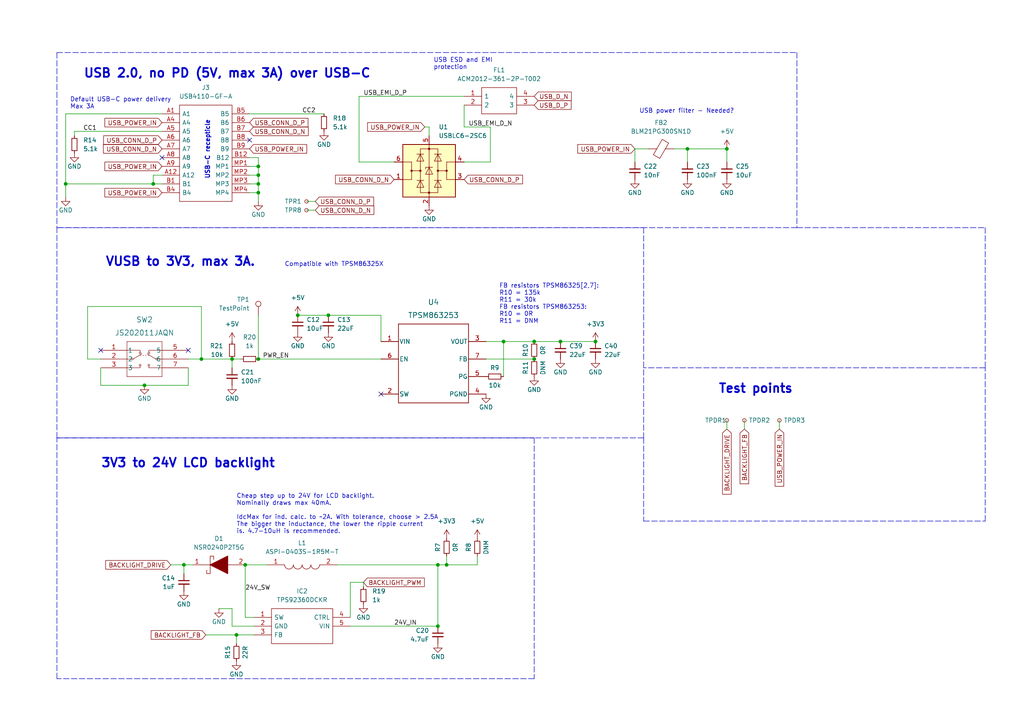
<source format=kicad_sch>
(kicad_sch (version 20211123) (generator eeschema)
  (paper "A4")
  (lib_symbols
    (symbol "Connector:TestPoint" (pin_numbers hide) (pin_names (offset 0.762) hide)
      (property "Reference" "TP" (at 0 6.858 0))
      (property "Value" "TestPoint" (at 0 5.08 0))
      (symbol "TestPoint_0_1"
        (circle (center 0 3.302) (radius 0.762))
      )
      (symbol "TestPoint_1_1"
        (pin passive line (at 0 0 90) (length 2.54) (name "1") (number "1"))
      )
    )
    (symbol "Connector:TestPoint_Small" (pin_numbers hide) (pin_names (offset 0.762) hide)
      (property "Reference" "TP" (at 0 3.81 0))
      (property "Value" "TestPoint_Small" (at 0 2.032 0))
      (symbol "TestPoint_Small_0_1"
        (circle (center 0 0) (radius 0.508))
      )
      (symbol "TestPoint_Small_1_1"
        (pin passive line (at 0 0 90) (length 0) (name "1") (number "1"))
      )
    )
    (symbol "Device:C_Small" (pin_numbers hide) (pin_names (offset 0.254) hide)
      (property "Reference" "C" (at 0.254 1.778 0))
      (property "Value" "C_Small" (at 0.254 -2.032 0))
      (symbol "C_Small_0_1"
        (polyline (pts (xy -1.524 -0.508) (xy 1.524 -0.508)) (stroke (width 0.3302)))
        (polyline (pts (xy -1.524 0.508) (xy 1.524 0.508)) (stroke (width 0.3048)))
      )
      (symbol "C_Small_1_1"
        (pin passive line (at 0 2.54 270) (length 2.032) (name "~") (number "1"))
        (pin passive line (at 0 -2.54 90) (length 2.032) (name "~") (number "2"))
      )
    )
    (symbol "Device:FerriteBead" (pin_numbers hide) (pin_names (offset 0))
      (property "Reference" "FB" (at -3.81 0.635 90))
      (property "Value" "FerriteBead" (at 3.81 0 90))
      (symbol "FerriteBead_0_1"
        (polyline (pts (xy 0 -1.27) (xy 0 -1.2192)))
        (polyline (pts (xy 0 1.27) (xy 0 1.2954)))
        (polyline (pts (xy -2.7686 0.4064) (xy -1.7018 2.2606) (xy 2.7686 -0.3048) (xy 1.6764 -2.159) (xy -2.7686 0.4064)))
      )
      (symbol "FerriteBead_1_1"
        (pin passive line (at 0 3.81 270) (length 2.54) (name "~") (number "1"))
        (pin passive line (at 0 -3.81 90) (length 2.54) (name "~") (number "2"))
      )
    )
    (symbol "Device:R_Small" (pin_numbers hide) (pin_names (offset 0.254) hide)
      (property "Reference" "R" (at 0.762 0.508 0))
      (property "Value" "R_Small" (at 0.762 -1.016 0))
      (symbol "R_Small_0_1"
        (rectangle (start -0.762 1.778) (end 0.762 -1.778) (stroke (width 0.2032)))
      )
      (symbol "R_Small_1_1"
        (pin passive line (at 0 2.54 270) (length 0.762) (name "~") (number "1"))
        (pin passive line (at 0 -2.54 90) (length 0.762) (name "~") (number "2"))
      )
    )
    (symbol "JS202011JAQN:JS202011JAQN" (pin_names (offset 0.254))
      (property "Reference" "SW" (at 12.7 7.62 0))
      (property "Value" "JS202011JAQN" (at 12.7 5.08 0))
      (symbol "JS202011JAQN_0_1"
        (polyline (pts (xy 7.62 -7.62) (xy 17.78 -7.62)) (stroke (width 0.127)))
        (polyline (pts (xy 7.62 -5.08) (xy 11.43 -5.08)) (stroke (width 0.127)))
        (polyline (pts (xy 7.62 -2.54) (xy 8.89 -2.54)) (stroke (width 0.127)))
        (polyline (pts (xy 7.62 0) (xy 11.43 0)) (stroke (width 0.127)))
        (polyline (pts (xy 7.62 2.54) (xy 7.62 -7.62)) (stroke (width 0.127)))
        (polyline (pts (xy 9.398 -2.54) (xy 11.938 -1.016)) (stroke (width 0.127)))
        (polyline (pts (xy 11.43 -4.572) (xy 11.43 -5.08)) (stroke (width 0.127)))
        (polyline (pts (xy 11.43 -1.524) (xy 11.684 -1.524)) (stroke (width 0.127)))
        (polyline (pts (xy 11.43 0) (xy 11.43 -0.508)) (stroke (width 0.127)))
        (polyline (pts (xy 12.192 -1.524) (xy 12.446 -1.524)) (stroke (width 0.127)))
        (polyline (pts (xy 12.954 -1.524) (xy 13.208 -1.524)) (stroke (width 0.127)))
        (polyline (pts (xy 13.716 -1.524) (xy 13.97 -1.524)) (stroke (width 0.127)))
        (polyline (pts (xy 13.97 -4.572) (xy 13.97 -5.08)) (stroke (width 0.127)))
        (polyline (pts (xy 13.97 0) (xy 13.97 -0.508)) (stroke (width 0.127)))
        (polyline (pts (xy 16.002 -2.54) (xy 13.462 -1.016)) (stroke (width 0.127)))
        (polyline (pts (xy 17.78 -7.62) (xy 17.78 2.54)) (stroke (width 0.127)))
        (polyline (pts (xy 17.78 -5.08) (xy 13.97 -5.08)) (stroke (width 0.127)))
        (polyline (pts (xy 17.78 -2.54) (xy 16.51 -2.54)) (stroke (width 0.127)))
        (polyline (pts (xy 17.78 0) (xy 13.97 0)) (stroke (width 0.127)))
        (polyline (pts (xy 17.78 2.54) (xy 7.62 2.54)) (stroke (width 0.127)))
        (circle (center 9.144 -2.54) (radius 0.254) (stroke (width 0.127)))
        (circle (center 11.43 -4.318) (radius 0.254) (stroke (width 0.127)))
        (circle (center 11.43 -0.762) (radius 0.254) (stroke (width 0.127)))
        (circle (center 13.97 -4.318) (radius 0.254) (stroke (width 0.127)))
        (circle (center 13.97 -0.762) (radius 0.254) (stroke (width 0.127)))
        (circle (center 16.256 -2.54) (radius 0.254) (stroke (width 0.127)))
        (pin unspecified line (at 0 0 0) (length 7.62) (name "1") (number "1"))
        (pin unspecified line (at 0 -2.54 0) (length 7.62) (name "2") (number "2"))
        (pin unspecified line (at 0 -5.08 0) (length 7.62) (name "3") (number "3"))
        (pin unspecified line (at 25.4 0 180) (length 7.62) (name "5") (number "5"))
        (pin unspecified line (at 25.4 -2.54 180) (length 7.62) (name "6") (number "6"))
        (pin unspecified line (at 25.4 -5.08 180) (length 7.62) (name "7") (number "7"))
      )
    )
    (symbol "Power_Protection:USBLC6-2SC6" (pin_names hide)
      (property "Reference" "U" (at 2.54 8.89 0))
      (property "Value" "USBLC6-2SC6" (at 2.54 -8.89 0))
      (symbol "USBLC6-2SC6_0_1"
        (rectangle (start -7.62 -7.62) (end 7.62 7.62) (stroke (width 0.254)) (fill (type background)))
        (circle (center -5.08 0) (radius 0.254) (fill (type outline)))
        (circle (center -2.54 0) (radius 0.254) (fill (type outline)))
        (rectangle (start -2.54 6.35) (end 2.54 -6.35))
        (circle (center 0 -6.35) (radius 0.254) (fill (type outline)))
        (polyline (pts (xy -5.08 -2.54) (xy -7.62 -2.54)))
        (polyline (pts (xy -5.08 0) (xy -5.08 -2.54)))
        (polyline (pts (xy -5.08 2.54) (xy -7.62 2.54)))
        (polyline (pts (xy -1.524 -2.794) (xy -3.556 -2.794)))
        (polyline (pts (xy -1.524 4.826) (xy -3.556 4.826)))
        (polyline (pts (xy 0 -7.62) (xy 0 -6.35)))
        (polyline (pts (xy 0 -6.35) (xy 0 1.27)))
        (polyline (pts (xy 0 1.27) (xy 0 6.35)))
        (polyline (pts (xy 0 6.35) (xy 0 7.62)))
        (polyline (pts (xy 1.524 -2.794) (xy 3.556 -2.794)))
        (polyline (pts (xy 1.524 4.826) (xy 3.556 4.826)))
        (polyline (pts (xy 5.08 -2.54) (xy 7.62 -2.54)))
        (polyline (pts (xy 5.08 0) (xy 5.08 -2.54)))
        (polyline (pts (xy 5.08 2.54) (xy 7.62 2.54)))
        (polyline (pts (xy -2.54 0) (xy -5.08 0) (xy -5.08 2.54)))
        (polyline (pts (xy 2.54 0) (xy 5.08 0) (xy 5.08 2.54)))
        (polyline (pts (xy -3.556 -4.826) (xy -1.524 -4.826) (xy -2.54 -2.794) (xy -3.556 -4.826)))
        (polyline (pts (xy -3.556 2.794) (xy -1.524 2.794) (xy -2.54 4.826) (xy -3.556 2.794)))
        (polyline (pts (xy -1.016 -1.016) (xy 1.016 -1.016) (xy 0 1.016) (xy -1.016 -1.016)))
        (polyline (pts (xy 1.016 1.016) (xy 0.762 1.016) (xy -1.016 1.016) (xy -1.016 0.508)))
        (polyline (pts (xy 3.556 -4.826) (xy 1.524 -4.826) (xy 2.54 -2.794) (xy 3.556 -4.826)))
        (polyline (pts (xy 3.556 2.794) (xy 1.524 2.794) (xy 2.54 4.826) (xy 3.556 2.794)))
        (circle (center 0 6.35) (radius 0.254) (fill (type outline)))
        (circle (center 2.54 0) (radius 0.254) (fill (type outline)))
        (circle (center 5.08 0) (radius 0.254) (fill (type outline)))
      )
      (symbol "USBLC6-2SC6_1_1"
        (pin passive line (at -10.16 -2.54 0) (length 2.54) (name "I/O1") (number "1"))
        (pin passive line (at 0 -10.16 90) (length 2.54) (name "GND") (number "2"))
        (pin passive line (at 10.16 -2.54 180) (length 2.54) (name "I/O2") (number "3"))
        (pin passive line (at 10.16 2.54 180) (length 2.54) (name "I/O2") (number "4"))
        (pin passive line (at 0 10.16 270) (length 2.54) (name "VBUS") (number "5"))
        (pin passive line (at -10.16 2.54 0) (length 2.54) (name "I/O1") (number "6"))
      )
    )
    (symbol "SamacSys_Parts:ACM2012-201-2P-T001" (pin_names (offset 0.762))
      (property "Reference" "FL" (at 16.51 7.62 0))
      (property "Value" "ACM2012-201-2P-T001" (at 16.51 5.08 0))
      (symbol "ACM2012-201-2P-T001_0_0"
        (pin passive line (at 0 0 0) (length 5.08) (name "1") (number "1"))
        (pin passive line (at 0 -2.54 0) (length 5.08) (name "2") (number "2"))
        (pin passive line (at 20.32 -2.54 180) (length 5.08) (name "3") (number "3"))
        (pin passive line (at 20.32 0 180) (length 5.08) (name "4") (number "4"))
      )
      (symbol "ACM2012-201-2P-T001_0_1"
        (polyline (pts (xy 5.08 2.54) (xy 15.24 2.54) (xy 15.24 -5.08) (xy 5.08 -5.08) (xy 5.08 2.54)) (stroke (width 0.1524)))
      )
    )
    (symbol "SamacSys_Parts:ASPI-0403S-332M-T" (pin_names (offset 0.762))
      (property "Reference" "L" (at 16.51 6.35 0))
      (property "Value" "ASPI-0403S-332M-T" (at 16.51 3.81 0))
      (symbol "ASPI-0403S-332M-T_0_0"
        (pin passive line (at 0 0 0) (length 5.08) (name "~") (number "1"))
        (pin passive line (at 20.32 0 180) (length 5.08) (name "~") (number "2"))
      )
      (symbol "ASPI-0403S-332M-T_0_1"
        (arc (start 5.08 0) (mid 6.35 -1.3218) (end 7.62 0) (stroke (width 0.1524)))
        (arc (start 7.62 0) (mid 8.89 -1.3218) (end 10.16 0) (stroke (width 0.1524)))
        (arc (start 10.16 0) (mid 11.43 -1.3218) (end 12.7 0) (stroke (width 0.1524)))
        (arc (start 12.7 0) (mid 13.97 -1.3218) (end 15.24 0) (stroke (width 0.1524)))
      )
    )
    (symbol "SamacSys_Parts:NSR0240P2T5G" (pin_names (offset 0.762))
      (property "Reference" "D" (at 12.7 8.89 0))
      (property "Value" "NSR0240P2T5G" (at 12.7 6.35 0))
      (symbol "NSR0240P2T5G_0_0"
        (pin passive line (at 2.54 0 0) (length 2.54) (name "~") (number "1"))
        (pin passive line (at 17.78 0 180) (length 2.54) (name "~") (number "2"))
      )
      (symbol "NSR0240P2T5G_0_1"
        (polyline (pts (xy 5.08 0) (xy 7.62 0)) (stroke (width 0.1524)))
        (polyline (pts (xy 7.62 2.54) (xy 7.62 -2.54)) (stroke (width 0.1524)))
        (polyline (pts (xy 12.7 0) (xy 15.24 0)) (stroke (width 0.1524)))
        (polyline (pts (xy 7.62 -2.54) (xy 6.604 -2.54) (xy 6.604 -1.524)) (stroke (width 0.1524)))
        (polyline (pts (xy 7.62 2.54) (xy 8.636 2.54) (xy 8.636 1.524)) (stroke (width 0.1524)))
        (polyline (pts (xy 7.62 0) (xy 12.7 2.54) (xy 12.7 -2.54) (xy 7.62 0)) (stroke (width 0.254)) (fill (type outline)))
      )
    )
    (symbol "SamacSys_Parts:TPS92360DCKR" (pin_names (offset 0.762))
      (property "Reference" "IC" (at 24.13 7.62 0))
      (property "Value" "TPS92360DCKR" (at 24.13 5.08 0))
      (symbol "TPS92360DCKR_0_0"
        (pin passive line (at 0 0 0) (length 5.08) (name "SW") (number "1"))
        (pin passive line (at 0 -2.54 0) (length 5.08) (name "GND") (number "2"))
        (pin passive line (at 0 -5.08 0) (length 5.08) (name "FB") (number "3"))
        (pin passive line (at 27.94 0 180) (length 5.08) (name "CTRL") (number "4"))
        (pin passive line (at 27.94 -2.54 180) (length 5.08) (name "VIN") (number "5"))
      )
      (symbol "TPS92360DCKR_0_1"
        (polyline (pts (xy 5.08 2.54) (xy 22.86 2.54) (xy 22.86 -7.62) (xy 5.08 -7.62) (xy 5.08 2.54)) (stroke (width 0.1524)))
      )
    )
    (symbol "SamacSys_Parts:USB4110-GF-A" (pin_names (offset 0.762))
      (property "Reference" "J" (at 21.59 7.62 0))
      (property "Value" "USB4110-GF-A" (at 21.59 5.08 0))
      (symbol "USB4110-GF-A_0_0"
        (pin passive line (at 0 0 0) (length 5.08) (name "A1") (number "A1"))
        (pin passive line (at 0 -17.78 0) (length 5.08) (name "A12") (number "A12"))
        (pin passive line (at 0 -2.54 0) (length 5.08) (name "A4") (number "A4"))
        (pin passive line (at 0 -5.08 0) (length 5.08) (name "A5") (number "A5"))
        (pin passive line (at 0 -7.62 0) (length 5.08) (name "A6") (number "A6"))
        (pin passive line (at 0 -10.16 0) (length 5.08) (name "A7") (number "A7"))
        (pin passive line (at 0 -12.7 0) (length 5.08) (name "A8") (number "A8"))
        (pin passive line (at 0 -15.24 0) (length 5.08) (name "A9") (number "A9"))
        (pin passive line (at 0 -20.32 0) (length 5.08) (name "B1") (number "B1"))
        (pin passive line (at 25.4 -12.7 180) (length 5.08) (name "B12") (number "B12"))
        (pin passive line (at 0 -22.86 0) (length 5.08) (name "B4") (number "B4"))
        (pin passive line (at 25.4 0 180) (length 5.08) (name "B5") (number "B5"))
        (pin passive line (at 25.4 -2.54 180) (length 5.08) (name "B6") (number "B6"))
        (pin passive line (at 25.4 -5.08 180) (length 5.08) (name "B7") (number "B7"))
        (pin passive line (at 25.4 -7.62 180) (length 5.08) (name "B8") (number "B8"))
        (pin passive line (at 25.4 -10.16 180) (length 5.08) (name "B9") (number "B9"))
        (pin passive line (at 25.4 -15.24 180) (length 5.08) (name "MP1") (number "MP1"))
        (pin passive line (at 25.4 -17.78 180) (length 5.08) (name "MP2") (number "MP2"))
        (pin passive line (at 25.4 -20.32 180) (length 5.08) (name "MP3") (number "MP3"))
        (pin passive line (at 25.4 -22.86 180) (length 5.08) (name "MP4") (number "MP4"))
      )
      (symbol "USB4110-GF-A_0_1"
        (polyline (pts (xy 5.08 2.54) (xy 20.32 2.54) (xy 20.32 -25.4) (xy 5.08 -25.4) (xy 5.08 2.54)) (stroke (width 0.1524)))
      )
    )
    (symbol "power:+3V3" (power) (pin_names (offset 0))
      (property "Value" "+3V3" (at 0 3.556 0))
      (symbol "+3V3_0_1"
        (polyline (pts (xy -0.762 1.27) (xy 0 2.54)))
        (polyline (pts (xy 0 0) (xy 0 2.54)))
        (polyline (pts (xy 0 2.54) (xy 0.762 1.27)))
      )
      (symbol "+3V3_1_1"
        (pin power_in line (at 0 0 90) (length 0) hide (name "+3V3") (number "1"))
      )
    )
    (symbol "power:+5V" (power) (pin_names (offset 0))
      (property "Value" "+5V" (at 0 3.556 0))
      (symbol "+5V_0_1"
        (polyline (pts (xy -0.762 1.27) (xy 0 2.54)))
        (polyline (pts (xy 0 0) (xy 0 2.54)))
        (polyline (pts (xy 0 2.54) (xy 0.762 1.27)))
      )
      (symbol "+5V_1_1"
        (pin power_in line (at 0 0 90) (length 0) hide (name "+5V") (number "1"))
      )
    )
    (symbol "power:GND" (power) (pin_names (offset 0))
      (property "Value" "GND" (at 0 -3.81 0))
      (symbol "GND_0_1"
        (polyline (pts (xy 0 0) (xy 0 -1.27) (xy 1.27 -1.27) (xy 0 -2.54) (xy -1.27 -1.27) (xy 0 -1.27)))
      )
      (symbol "GND_1_1"
        (pin power_in line (at 0 0 270) (length 0) hide (name "GND") (number "1"))
      )
    )
    (symbol "ul_PTPSM863252RDXR:PTPSM863252RDXR" (pin_names (offset 0.254))
      (property "Reference" "U" (at 0 2.54 0))
      (property "Value" "PTPSM863252RDXR" (at 0 0 0))
      (symbol "PTPSM863252RDXR_0_1"
        (polyline (pts (xy 5.08 -17.78) (xy 25.4 -17.78)) (stroke (width 0.2032)))
        (polyline (pts (xy 5.08 5.08) (xy 5.08 -17.78)) (stroke (width 0.2032)))
        (polyline (pts (xy 25.4 -17.78) (xy 25.4 5.08)) (stroke (width 0.2032)))
        (polyline (pts (xy 25.4 5.08) (xy 5.08 5.08)) (stroke (width 0.2032)))
        (pin power_in line (at 0 0 0) (length 5.08) (name "VIN") (number "1"))
        (pin unspecified line (at 0 -15.24 0) (length 5.08) (name "SW") (number "2"))
        (pin power_in line (at 30.48 0 180) (length 5.08) (name "VOUT") (number "3"))
        (pin power_in line (at 30.48 -15.24 180) (length 5.08) (name "PGND") (number "4"))
        (pin open_collector line (at 30.48 -10.16 180) (length 5.08) (name "PG") (number "5"))
        (pin input line (at 0 -5.08 0) (length 5.08) (name "EN") (number "6"))
        (pin unspecified line (at 30.48 -5.08 180) (length 5.08) (name "FB") (number "7"))
      )
    )
  )
  (junction (at 146.05 99.06))
  (junction (at 129.54 163.83))
  (junction (at 19.05 53.34))
  (junction (at 210.82 43.18))
  (junction (at 41.91 111.76))
  (junction (at 74.93 50.8))
  (junction (at 74.93 55.88))
  (junction (at 74.93 48.26))
  (junction (at 127 163.83))
  (junction (at 53.34 163.83))
  (junction (at 44.45 53.34))
  (junction (at 74.93 53.34))
  (junction (at 86.36 91.44))
  (junction (at 67.31 104.14))
  (junction (at 58.42 104.14))
  (junction (at 162.56 99.06))
  (junction (at 199.39 43.18))
  (junction (at 95.25 91.44))
  (junction (at 74.93 104.14))
  (junction (at 68.58 184.15))
  (junction (at 154.94 104.14))
  (junction (at 71.12 163.83))
  (junction (at 127 181.61))
  (junction (at 172.72 99.06))
  (junction (at 154.94 99.06))
  (no_connect (at 110.49 114.3))
  (no_connect (at 72.39 40.64))
  (no_connect (at 46.99 45.72))
  (no_connect (at 29.21 101.6))
  (no_connect (at 54.61 101.6))
  (polyline (pts (xy 186.69 127) (xy 16.51 127)))
  (wire (pts (xy 72.39 33.02) (xy 93.98 33.02)))
  (wire (pts (xy 63.5 176.53) (xy 67.31 176.53)))
  (wire (pts (xy 19.05 53.34) (xy 19.05 33.02)))
  (wire (pts (xy 71.12 179.07) (xy 73.66 179.07)))
  (wire (pts (xy 72.39 53.34) (xy 74.93 53.34)))
  (polyline (pts (xy 285.75 151.13) (xy 285.75 106.68)))
  (wire (pts (xy 127 163.83) (xy 129.54 163.83)))
  (polyline (pts (xy 154.94 196.85) (xy 16.51 196.85)))
  (wire (pts (xy 215.9 121.92) (xy 215.9 124.46)))
  (wire (pts (xy 74.93 53.34) (xy 74.93 50.8)))
  (polyline (pts (xy 231.14 66.04) (xy 16.51 66.04)))
  (wire (pts (xy 72.39 50.8) (xy 74.93 50.8)))
  (wire (pts (xy 67.31 181.61) (xy 73.66 181.61)))
  (wire (pts (xy 72.39 48.26) (xy 74.93 48.26)))
  (wire (pts (xy 129.54 163.83) (xy 129.54 161.29)))
  (wire (pts (xy 210.82 43.18) (xy 199.39 43.18)))
  (wire (pts (xy 68.58 186.69) (xy 68.58 184.15)))
  (wire (pts (xy 19.05 33.02) (xy 46.99 33.02)))
  (wire (pts (xy 74.93 104.14) (xy 110.49 104.14)))
  (wire (pts (xy 53.34 163.83) (xy 55.88 163.83)))
  (wire (pts (xy 44.45 53.34) (xy 46.99 53.34)))
  (wire (pts (xy 86.36 91.44) (xy 95.25 91.44)))
  (wire (pts (xy 74.93 55.88) (xy 74.93 53.34)))
  (wire (pts (xy 29.21 111.76) (xy 29.21 106.68)))
  (wire (pts (xy 95.25 91.44) (xy 110.49 91.44)))
  (wire (pts (xy 210.82 121.92) (xy 210.82 124.46)))
  (wire (pts (xy 142.24 46.99) (xy 142.24 36.83)))
  (wire (pts (xy 123.19 36.83) (xy 124.46 36.83)))
  (wire (pts (xy 114.3 46.99) (xy 104.14 46.99)))
  (wire (pts (xy 146.05 99.06) (xy 140.97 99.06)))
  (polyline (pts (xy 16.51 127) (xy 154.94 127)))
  (wire (pts (xy 91.44 58.42) (xy 88.9 58.42)))
  (wire (pts (xy 110.49 91.44) (xy 110.49 99.06)))
  (wire (pts (xy 54.61 104.14) (xy 58.42 104.14)))
  (polyline (pts (xy 285.75 66.04) (xy 285.75 106.68)))
  (polyline (pts (xy 16.51 66.04) (xy 186.69 66.04)))
  (polyline (pts (xy 186.69 66.04) (xy 186.69 127)))
  (wire (pts (xy 67.31 104.14) (xy 67.31 106.68)))
  (wire (pts (xy 104.14 27.94) (xy 134.62 27.94)))
  (wire (pts (xy 58.42 88.9) (xy 25.4 88.9)))
  (wire (pts (xy 74.93 58.42) (xy 74.93 55.88)))
  (wire (pts (xy 77.47 163.83) (xy 71.12 163.83)))
  (wire (pts (xy 127 181.61) (xy 101.6 181.61)))
  (polyline (pts (xy 231.14 15.24) (xy 231.14 66.04)))
  (wire (pts (xy 124.46 36.83) (xy 124.46 39.37)))
  (polyline (pts (xy 285.75 106.68) (xy 186.69 106.68)))
  (polyline (pts (xy 186.69 151.13) (xy 285.75 151.13)))
  (polyline (pts (xy 16.51 15.24) (xy 16.51 66.04)))
  (wire (pts (xy 21.59 38.1) (xy 21.59 39.37)))
  (wire (pts (xy 25.4 88.9) (xy 25.4 104.14)))
  (wire (pts (xy 142.24 36.83) (xy 134.62 36.83)))
  (wire (pts (xy 54.61 111.76) (xy 54.61 106.68)))
  (wire (pts (xy 68.58 184.15) (xy 73.66 184.15)))
  (wire (pts (xy 140.97 104.14) (xy 154.94 104.14)))
  (polyline (pts (xy 16.51 15.24) (xy 231.14 15.24)))
  (wire (pts (xy 184.15 46.99) (xy 184.15 43.18)))
  (wire (pts (xy 58.42 104.14) (xy 67.31 104.14)))
  (polyline (pts (xy 186.69 127) (xy 186.69 151.13)))
  (wire (pts (xy 59.69 184.15) (xy 68.58 184.15)))
  (wire (pts (xy 104.14 46.99) (xy 104.14 27.94)))
  (wire (pts (xy 41.91 111.76) (xy 54.61 111.76)))
  (wire (pts (xy 19.05 53.34) (xy 44.45 53.34)))
  (wire (pts (xy 74.93 91.44) (xy 74.93 104.14)))
  (wire (pts (xy 129.54 163.83) (xy 138.43 163.83)))
  (wire (pts (xy 162.56 99.06) (xy 172.72 99.06)))
  (wire (pts (xy 72.39 55.88) (xy 74.93 55.88)))
  (wire (pts (xy 146.05 99.06) (xy 146.05 109.22)))
  (wire (pts (xy 44.45 50.8) (xy 44.45 53.34)))
  (wire (pts (xy 46.99 38.1) (xy 21.59 38.1)))
  (polyline (pts (xy 154.94 127) (xy 154.94 196.85)))
  (polyline (pts (xy 16.51 127) (xy 16.51 66.04)))
  (wire (pts (xy 199.39 43.18) (xy 199.39 46.99)))
  (wire (pts (xy 53.34 163.83) (xy 53.34 166.37)))
  (wire (pts (xy 101.6 168.91) (xy 105.41 168.91)))
  (wire (pts (xy 71.12 163.83) (xy 71.12 179.07)))
  (wire (pts (xy 154.94 99.06) (xy 146.05 99.06)))
  (wire (pts (xy 101.6 179.07) (xy 101.6 168.91)))
  (wire (pts (xy 67.31 104.14) (xy 69.85 104.14)))
  (wire (pts (xy 195.58 43.18) (xy 199.39 43.18)))
  (wire (pts (xy 210.82 46.99) (xy 210.82 43.18)))
  (wire (pts (xy 74.93 45.72) (xy 72.39 45.72)))
  (wire (pts (xy 138.43 163.83) (xy 138.43 161.29)))
  (wire (pts (xy 134.62 46.99) (xy 142.24 46.99)))
  (wire (pts (xy 19.05 57.15) (xy 19.05 53.34)))
  (wire (pts (xy 74.93 48.26) (xy 74.93 45.72)))
  (wire (pts (xy 74.93 50.8) (xy 74.93 48.26)))
  (wire (pts (xy 91.44 60.96) (xy 88.9 60.96)))
  (polyline (pts (xy 16.51 196.85) (xy 16.51 127)))
  (wire (pts (xy 105.41 168.91) (xy 105.41 170.18)))
  (wire (pts (xy 49.53 163.83) (xy 53.34 163.83)))
  (wire (pts (xy 127 163.83) (xy 127 181.61)))
  (wire (pts (xy 46.99 50.8) (xy 44.45 50.8)))
  (wire (pts (xy 67.31 176.53) (xy 67.31 181.61)))
  (wire (pts (xy 154.94 99.06) (xy 162.56 99.06)))
  (wire (pts (xy 134.62 36.83) (xy 134.62 30.48)))
  (wire (pts (xy 58.42 104.14) (xy 58.42 88.9)))
  (wire (pts (xy 226.06 121.92) (xy 226.06 124.46)))
  (polyline (pts (xy 231.14 66.04) (xy 285.75 66.04)))
  (wire (pts (xy 184.15 43.18) (xy 187.96 43.18)))
  (wire (pts (xy 97.79 163.83) (xy 127 163.83)))
  (wire (pts (xy 41.91 111.76) (xy 29.21 111.76)))
  (wire (pts (xy 25.4 104.14) (xy 29.21 104.14)))
  (text "Test points" (at 208.28 114.3 0) (effects (font (size 2.54 2.54) (thickness 0.508) bold) (justify left bottom)))
  (text "USB ESD and EMI\nprotection" (at 125.73 20.32 0) (effects (font (size 1.27 1.27)) (justify left bottom)))
  (text "FB resistors TPSM86325[2,7]:\nR10 = 135k\nR11 = 30k\nFB resistors TPSM863253:\nR10 = 0R\nR11 = DNM" (at 144.78 93.98 0) (effects (font (size 1.27 1.27)) (justify left bottom)))
  (text "3V3 to 24V LCD backlight" (at 29.21 135.89 0) (effects (font (size 2.54 2.54) (thickness 0.508) bold) (justify left bottom)))
  (text "Compatible with TPSM86325X" (at 82.55 77.47 0) (effects (font (size 1.27 1.27)) (justify left bottom)))
  (text "USB power filter - Needed?" (at 185.42 33.02 0) (effects (font (size 1.27 1.27)) (justify left bottom)))
  (text "USB 2.0, no PD (5V, max 3A) over USB-C" (at 24.13 22.86 0) (effects (font (size 2.54 2.54) (thickness 0.508) bold) (justify left bottom)))
  (text "USB-C recepticle" (at 60.96 52.07 90) (effects (font (size 1.27 1.27) (thickness 0.254) bold) (justify left bottom)))
  (text "VUSB to 3V3, max 3A." (at 30.48 77.47 0) (effects (font (size 2.54 2.54) (thickness 0.508) bold) (justify left bottom)))
  (text "Default USB-C power delivery\nMax 3A" (at 20.32 31.75 0) (effects (font (size 1.27 1.27)) (justify left bottom)))
  (text "Cheap step up to 24V for LCD backlight. \nNominally draws max 40mA. \n\nIdcMax for ind. calc. to ~2A. With tolerance, choose > 2.5A\nThe bigger the inductance, the lower the ripple current\nis. 4.7-10uH is recommended. " (at 68.58 154.94 0) (effects (font (size 1.27 1.27)) (justify left bottom)))
  (label "24V_IN" (at 114.3 181.61 0))
  (label "PWR_EN" (at 76.2 104.14 0))
  (label "24V_SW" (at 71.12 171.45 0))
  (label "USB_EMI_D_P" (at 105.41 27.94 0))
  (label "CC1" (at 24.13 38.1 0))
  (label "USB_EMI_D_N" (at 135.89 36.83 0))
  (label "CC2" (at 87.63 33.02 0))
  (global_label "USB_CONN_D_N" (shape input) (at 72.39 38.1 0) (property "Intersheet References" "${INTERSHEET_REFS}" (effects hide)))
  (global_label "USB_CONN_D_P" (shape input) (at 72.39 35.56 0) (property "Intersheet References" "${INTERSHEET_REFS}" (effects hide)))
  (global_label "BACKLIGHT_DRIVE" (shape input) (at 49.53 163.83 180) (property "Intersheet References" "${INTERSHEET_REFS}" (effects hide)))
  (global_label "USB_POWER_IN" (shape input) (at 72.39 43.18 0) (property "Intersheet References" "${INTERSHEET_REFS}" (effects hide)))
  (global_label "USB_D_P" (shape input) (at 154.94 30.48 0) (property "Intersheet References" "${INTERSHEET_REFS}" (effects hide)))
  (global_label "USB_POWER_IN" (shape input) (at 123.19 36.83 180) (property "Intersheet References" "${INTERSHEET_REFS}" (effects hide)))
  (global_label "USB_POWER_IN" (shape input) (at 184.15 43.18 180) (property "Intersheet References" "${INTERSHEET_REFS}" (effects hide)))
  (global_label "BACKLIGHT_FB" (shape input) (at 59.69 184.15 180) (property "Intersheet References" "${INTERSHEET_REFS}" (effects hide)))
  (global_label "USB_CONN_D_N" (shape input) (at 114.3 52.07 180) (property "Intersheet References" "${INTERSHEET_REFS}" (effects hide)))
  (global_label "USB_POWER_IN" (shape input) (at 226.06 124.46 270) (property "Intersheet References" "${INTERSHEET_REFS}" (effects hide)))
  (global_label "USB_POWER_IN" (shape input) (at 46.99 35.56 180) (property "Intersheet References" "${INTERSHEET_REFS}" (effects hide)))
  (global_label "BACKLIGHT_FB" (shape input) (at 215.9 124.46 270) (property "Intersheet References" "${INTERSHEET_REFS}" (effects hide)))
  (global_label "USB_CONN_D_P" (shape input) (at 91.44 58.42 0) (property "Intersheet References" "${INTERSHEET_REFS}" (effects hide)))
  (global_label "USB_CONN_D_N" (shape input) (at 46.99 43.18 180) (property "Intersheet References" "${INTERSHEET_REFS}" (effects hide)))
  (global_label "USB_D_N" (shape input) (at 154.94 27.94 0) (property "Intersheet References" "${INTERSHEET_REFS}" (effects hide)))
  (global_label "BACKLIGHT_DRIVE" (shape input) (at 210.82 124.46 270) (property "Intersheet References" "${INTERSHEET_REFS}" (effects hide)))
  (global_label "USB_CONN_D_N" (shape input) (at 91.44 60.96 0) (property "Intersheet References" "${INTERSHEET_REFS}" (effects hide)))
  (global_label "USB_CONN_D_P" (shape input) (at 46.99 40.64 180) (property "Intersheet References" "${INTERSHEET_REFS}" (effects hide)))
  (global_label "USB_POWER_IN" (shape input) (at 46.99 48.26 180) (property "Intersheet References" "${INTERSHEET_REFS}" (effects hide)))
  (global_label "BACKLIGHT_PWM" (shape input) (at 105.41 168.91 0) (property "Intersheet References" "${INTERSHEET_REFS}" (effects hide)))
  (global_label "USB_CONN_D_P" (shape input) (at 134.62 52.07 0) (property "Intersheet References" "${INTERSHEET_REFS}" (effects hide)))
  (global_label "USB_POWER_IN" (shape input) (at 46.99 55.88 180) (property "Intersheet References" "${INTERSHEET_REFS}" (effects hide)))
  (symbol (lib_id "Device:C_Small") (at 127 184.15 0) (mirror y) (unit 1)
    (property "Reference" "C20" (at 124.46 182.8862 0) (effects (justify left)))
    (property "Value" "4.7uF" (at 124.46 185.4262 0) (effects (justify left)))
    (property "Footprint" "Capacitor_SMD:C_0603_1608Metric" (effects hide))
    (property "LCSC" "C19666" (effects hide))
  )
  (symbol (lib_id "Connector:TestPoint_Small") (at 226.06 121.92 0) (unit 1)
    (property "Reference" "TPDR3" (at 227.33 121.92 0) (effects (justify left)))
    (property "Value" "TestPoint_Small" (effects hide))
    (property "Footprint" "TestPoint:TestPoint_Pad_1.0x1.0mm" (effects hide))
  )
  (symbol (lib_id "power:GND") (at 199.39 52.07 0) (unit 1)
    (property "Reference" "#PWR057" (effects hide))
    (property "Value" "GND" (at 199.39 55.88 0))
  )
  (symbol (lib_id "power:GND") (at 124.46 59.69 0) (unit 1)
    (property "Reference" "#PWR051" (effects hide))
    (property "Value" "GND" (at 124.46 63.5 0))
  )
  (symbol (lib_id "power:GND") (at 93.98 38.1 0) (unit 1)
    (property "Reference" "#PWR047" (effects hide))
    (property "Value" "GND" (at 93.98 41.91 0))
  )
  (symbol (lib_id "power:+3V3") (at 172.72 99.06 0) (unit 1)
    (property "Reference" "#PWR035" (effects hide))
    (property "Value" "+3V3" (at 172.72 93.98 0))
  )
  (symbol (lib_id "power:+5V") (at 86.36 91.44 0) (unit 1)
    (property "Reference" "#PWR0107" (effects hide))
    (property "Value" "+5V" (at 86.36 86.36 0))
  )
  (symbol (lib_id "Device:R_Small") (at 129.54 158.75 0) (mirror x) (unit 1)
    (property "Reference" "R7" (at 127 158.75 90))
    (property "Value" "0R" (at 132.08 158.75 90))
    (property "Footprint" "Resistor_SMD:R_0402_1005Metric" (effects hide))
    (property "LCSC" "C279984" (effects hide))
  )
  (symbol (lib_id "Device:R_Small") (at 105.41 172.72 0) (mirror y) (unit 1)
    (property "Reference" "R19" (at 107.95 171.4499 0) (effects (justify right)))
    (property "Value" "1k" (at 107.95 173.9899 0) (effects (justify right)))
    (property "Footprint" "Resistor_SMD:R_0402_1005Metric" (effects hide))
    (property "LCSC" "C279981" (effects hide))
  )
  (symbol (lib_id "SamacSys_Parts:USB4110-GF-A") (at 46.99 33.02 0) (unit 1)
    (property "Reference" "J3" (at 59.69 25.4 0))
    (property "Value" "USB4110-GF-A" (at 59.69 27.94 0))
    (property "Footprint" "USB4110GFA" (effects hide))
    (property "Datasheet" "https://gct.co/files/drawings/usb4110.pdf" (effects hide))
    (property "Description" "CONN USB 2.0 TYPE-C R/A SMT" (effects hide))
    (property "Height" "3.26" (effects hide))
    (property "Mouser Part Number" "640-USB4110-GF-A" (effects hide))
    (property "Mouser Price/Stock" "https://www.mouser.co.uk/ProductDetail/GCT/USB4110-GF-A?qs=KUoIvG%2F9IlYiZvIXQjyJeA%3D%3D" (effects hide))
    (property "Manufacturer_Name" "GCT (GLOBAL CONNECTOR TECHNOLOGY)" (effects hide))
    (property "Manufacturer_Part_Number" "USB4110-GF-A" (effects hide))
    (property "LCSC" "C5143397" (effects hide))
  )
  (symbol (lib_id "Device:R_Small") (at 154.94 101.6 0) (mirror x) (unit 1)
    (property "Reference" "R10" (at 152.4 101.6 90))
    (property "Value" "0R" (at 157.48 101.6 90))
    (property "Footprint" "Resistor_SMD:R_0402_1005Metric" (effects hide))
    (property "LCSC" "C279984" (effects hide))
  )
  (symbol (lib_id "power:GND") (at 63.5 176.53 0) (mirror y) (unit 1)
    (property "Reference" "#PWR041" (effects hide))
    (property "Value" "GND" (at 63.5 180.34 0))
  )
  (symbol (lib_id "power:GND") (at 154.94 109.22 0) (unit 1)
    (property "Reference" "#PWR090" (effects hide))
    (property "Value" "GND" (at 154.94 113.03 0))
  )
  (symbol (lib_id "Device:R_Small") (at 72.39 104.14 90) (unit 1)
    (property "Reference" "R20" (at 72.39 97.79 90))
    (property "Value" "1k" (at 72.39 100.33 90))
    (property "Footprint" "Resistor_SMD:R_0402_1005Metric" (effects hide))
    (property "LCSC" "C279981" (effects hide))
  )
  (symbol (lib_id "SamacSys_Parts:ASPI-0403S-332M-T") (at 77.47 163.83 0) (unit 1)
    (property "Reference" "L1" (at 87.63 157.48 0))
    (property "Value" "ASPI-0403S-1R5M-T" (at 87.63 160.02 0))
    (property "Footprint" "SamacSys_Parts:ASPI0403S332MT" (effects hide))
    (property "Datasheet" "https://abracon.com/Magnetics/power/ASPI-0403.pdf" (effects hide))
    (property "Description" "Fixed Inductors FIXED IND 3.3MH 80MA 11 OHM SMD" (effects hide))
    (property "Height" "2.92" (effects hide))
    (property "Mouser Part Number" "815-ASPI-0403S-1R5M" (effects hide))
    (property "Mouser Price/Stock" "https://www.mouser.co.uk/ProductDetail/ABRACON/ASPI-0403S-332M-T?qs=nwAb7ZGSLg7iIGWTVj6cew%3D%3D" (effects hide))
    (property "Manufacturer_Name" "ABRACON" (effects hide))
    (property "Manufacturer_Part_Number" "ASPI-0403S-1R5M-T" (effects hide))
    (property "LCSC" "C187216" (effects hide))
  )
  (symbol (lib_id "Device:R_Small") (at 93.98 35.56 0) (unit 1)
    (property "Reference" "R18" (at 96.52 34.2899 0) (effects (justify left)))
    (property "Value" "5.1k" (at 96.52 36.8299 0) (effects (justify left)))
    (property "Footprint" "Resistor_SMD:R_0402_1005Metric" (effects hide))
    (property "LCSC" "C258132" (effects hide))
  )
  (symbol (lib_id "SamacSys_Parts:ACM2012-201-2P-T001") (at 134.62 27.94 0) (unit 1)
    (property "Reference" "FL1" (at 144.78 20.32 0))
    (property "Value" "ACM2012-361-2P-T002" (at 144.78 22.86 0))
    (property "Footprint" "SamacSys_Parts:ACM20121022PT001" (effects hide))
    (property "Datasheet" "https://product.tdk.com/system/files/dam/doc/product/emc/emc/cmf_cmc/catalog/cmf_automotive_signal_acm2012_en.pdf" (effects hide))
    (property "Description" "Common Mode Filters / Chokes, |Z|=200 at 100MHz, L x W x T :" (effects hide))
    (property "Height" "1.3" (effects hide))
    (property "Mouser Part Number" "810-ACM20123612PT002" (effects hide))
    (property "Mouser Price/Stock" "https://www.mouser.co.uk/ProductDetail/TDK/ACM2012-201-2P-T001?qs=5GteYzHiykasKXz0gCxwDQ%3D%3D" (effects hide))
    (property "Manufacturer_Name" "TDK" (effects hide))
    (property "Manufacturer_Part_Number" "ACM2012-361-2P-T002" (effects hide))
    (property "LCSC" "C87126" (effects hide))
  )
  (symbol (lib_id "Device:R_Small") (at 154.94 106.68 0) (mirror x) (unit 1)
    (property "Reference" "R11" (at 152.4 106.68 90))
    (property "Value" "DNM" (at 157.48 106.68 90))
    (property "Footprint" "Resistor_SMD:R_0402_1005Metric" (effects hide))
    (property "LCSC" "C279984" (effects hide))
  )
  (symbol (lib_id "Device:C_Small") (at 95.25 93.98 0) (unit 1)
    (property "Reference" "C13" (at 97.79 92.7162 0) (effects (justify left)))
    (property "Value" "22uF" (at 97.79 95.2562 0) (effects (justify left)))
    (property "Footprint" "Capacitor_SMD:C_0805_2012Metric" (effects hide))
    (property "LCSC" "C45783" (effects hide))
  )
  (symbol (lib_id "ul_PTPSM863252RDXR:PTPSM863252RDXR") (at 110.49 99.06 0) (unit 1)
    (property "Reference" "U4" (at 125.73 87.63 0) (effects (font (size 1.524 1.524))))
    (property "Value" "TPSM863253" (at 125.73 91.44 0) (effects (font (size 1.524 1.524))))
    (property "Footprint" "RDX0007A-MFG" (effects hide))
    (property "Datasheet" "PTPSM863252RDXR" (effects hide))
  )
  (symbol (lib_id "power:GND") (at 210.82 52.07 0) (unit 1)
    (property "Reference" "#PWR060" (effects hide))
    (property "Value" "GND" (at 210.82 55.88 0))
  )
  (symbol (lib_id "power:GND") (at 67.31 111.76 0) (unit 1)
    (property "Reference" "#PWR054" (effects hide))
    (property "Value" "GND" (at 67.31 115.57 0))
  )
  (symbol (lib_id "power:GND") (at 105.41 175.26 0) (mirror y) (unit 1)
    (property "Reference" "#PWR049" (effects hide))
    (property "Value" "GND" (at 105.41 179.07 0))
  )
  (symbol (lib_id "power:GND") (at 74.93 58.42 0) (unit 1)
    (property "Reference" "#PWR044" (effects hide))
    (property "Value" "GND" (at 74.93 62.23 0))
  )
  (symbol (lib_id "power:GND") (at 162.56 104.14 0) (unit 1)
    (property "Reference" "#PWR091" (effects hide))
    (property "Value" "GND" (at 162.56 107.95 0))
  )
  (symbol (lib_id "Device:R_Small") (at 143.51 109.22 90) (unit 1)
    (property "Reference" "R9" (at 143.51 106.68 90))
    (property "Value" "10k" (at 143.51 111.76 90))
    (property "Footprint" "Resistor_SMD:R_0402_1005Metric" (effects hide))
    (property "LCSC" "C140214" (effects hide))
  )
  (symbol (lib_id "power:GND") (at 68.58 191.77 0) (mirror y) (unit 1)
    (property "Reference" "#PWR043" (effects hide))
    (property "Value" "GND" (at 68.58 195.58 0))
  )
  (symbol (lib_id "Power_Protection:USBLC6-2SC6") (at 124.46 49.53 0) (unit 1)
    (property "Reference" "U1" (at 127.2287 36.83 0) (effects (justify left)))
    (property "Value" "USBLC6-2SC6" (at 127.2287 39.37 0) (effects (justify left)))
    (property "Footprint" "Package_TO_SOT_SMD:SOT-23-6" (effects hide))
    (property "Datasheet" "https://www.st.com/resource/en/datasheet/usblc6-2.pdf" (effects hide))
    (property "LCSC" "C5250994" (effects hide))
  )
  (symbol (lib_id "power:GND") (at 140.97 114.3 0) (unit 1)
    (property "Reference" "#PWR089" (effects hide))
    (property "Value" "GND" (at 140.97 118.11 0))
  )
  (symbol (lib_id "SamacSys_Parts:NSR0240P2T5G") (at 53.34 163.83 0) (unit 1)
    (property "Reference" "D1" (at 63.5 156.21 0))
    (property "Value" "NSR0240P2T5G" (at 63.5 158.75 0))
    (property "Footprint" "SamacSys_Parts:SODFL1006X40N" (effects hide))
    (property "Datasheet" "https://www.onsemi.com/pub/Collateral/NSR0240P2-D.PDF" (effects hide))
    (property "Description" "ON Semi 200mA, Schottky Diode, 2-Pin SOD-923 NSR0240P2T5G" (effects hide))
    (property "Height" "0.4" (effects hide))
    (property "Mouser Part Number" "863-NSR0240P2T5G" (effects hide))
    (property "Mouser Price/Stock" "https://www.mouser.co.uk/ProductDetail/onsemi/NSR0240P2T5G?qs=MmNasGTH8pKc65fDoxHKbQ%3D%3D" (effects hide))
    (property "Manufacturer_Name" "onsemi" (effects hide))
    (property "Manufacturer_Part_Number" "NSR0240P2T5G" (effects hide))
    (property "LCSC" "C896425" (effects hide))
  )
  (symbol (lib_id "Device:C_Small") (at 172.72 101.6 0) (unit 1)
    (property "Reference" "C40" (at 175.26 100.3362 0) (effects (justify left)))
    (property "Value" "22uF" (at 175.26 102.8762 0) (effects (justify left)))
    (property "Footprint" "Capacitor_SMD:C_0805_2012Metric" (effects hide))
    (property "LCSC" "C45783" (effects hide))
  )
  (symbol (lib_id "Connector:TestPoint_Small") (at 88.9 60.96 0) (unit 1)
    (property "Reference" "TPR8" (at 82.55 60.96 0) (effects (justify left)))
    (property "Value" "TestPoint_Small" (effects hide))
    (property "Footprint" "TestPoint:TestPoint_Pad_1.0x1.0mm" (effects hide))
  )
  (symbol (lib_id "power:GND") (at 41.91 111.76 0) (unit 1)
    (property "Reference" "#PWR0108" (effects hide))
    (property "Value" "GND" (at 41.91 115.57 0))
  )
  (symbol (lib_id "Device:C_Small") (at 67.31 109.22 0) (unit 1)
    (property "Reference" "C21" (at 69.85 107.9562 0) (effects (justify left)))
    (property "Value" "100nF" (at 69.85 110.4962 0) (effects (justify left)))
    (property "Footprint" "Capacitor_SMD:C_0402_1005Metric" (effects hide))
    (property "LCSC" "C1525" (effects hide))
  )
  (symbol (lib_id "Device:C_Small") (at 53.34 168.91 0) (mirror y) (unit 1)
    (property "Reference" "C14" (at 50.8 167.6462 0) (effects (justify left)))
    (property "Value" "1uF" (at 50.8 170.1862 0) (effects (justify left)))
    (property "Footprint" "Capacitor_SMD:C_0603_1608Metric" (effects hide))
    (property "LCSC" "C15849" (effects hide))
  )
  (symbol (lib_id "power:GND") (at 86.36 96.52 0) (unit 1)
    (property "Reference" "#PWR037" (effects hide))
    (property "Value" "GND" (at 86.36 100.33 0))
  )
  (symbol (lib_id "Device:R_Small") (at 21.59 41.91 0) (unit 1)
    (property "Reference" "R14" (at 24.13 40.6399 0) (effects (justify left)))
    (property "Value" "5.1k" (at 24.13 43.1799 0) (effects (justify left)))
    (property "Footprint" "Resistor_SMD:R_0402_1005Metric" (effects hide))
    (property "LCSC" "C258132" (effects hide))
  )
  (symbol (lib_id "Device:C_Small") (at 199.39 49.53 0) (unit 1)
    (property "Reference" "C23" (at 201.93 48.2662 0) (effects (justify left)))
    (property "Value" "100nF" (at 201.93 50.8062 0) (effects (justify left)))
    (property "Footprint" "Capacitor_SMD:C_0402_1005Metric" (effects hide))
    (property "LCSC" "C1525" (effects hide))
  )
  (symbol (lib_id "SamacSys_Parts:TPS92360DCKR") (at 73.66 179.07 0) (unit 1)
    (property "Reference" "IC2" (at 87.63 171.45 0))
    (property "Value" "TPS92360DCKR" (at 87.63 173.99 0))
    (property "Footprint" "SOT65P210X110-5N" (effects hide))
    (property "Datasheet" "https://www.mouser.de/ProductDetail/Texas-Instruments/TPS92360DCKR?qs=TuK3vfAjtkVCHAFNej%252BeDQ%3D%3D" (effects hide))
    (property "Description" "LED Lighting Drivers 38-V 1.2-A single channel LED backlight driver 5-SC70 -40 to 85" (effects hide))
    (property "Height" "1.1" (effects hide))
    (property "Mouser Part Number" "595-TPS92360DCKR" (effects hide))
    (property "Mouser Price/Stock" "https://www.mouser.co.uk/ProductDetail/Texas-Instruments/TPS92360DCKR?qs=TuK3vfAjtkVCHAFNej%252BeDQ%3D%3D" (effects hide))
    (property "Manufacturer_Name" "Texas Instruments" (effects hide))
    (property "Manufacturer_Part_Number" "TPS92360DCKR" (effects hide))
    (property "LCSC" "C2928788" (effects hide))
  )
  (symbol (lib_id "Connector:TestPoint_Small") (at 210.82 121.92 0) (unit 1)
    (property "Reference" "TPDR1" (at 204.47 121.92 0) (effects (justify left)))
    (property "Value" "TestPoint_Small" (effects hide))
    (property "Footprint" "TestPoint:TestPoint_Pad_1.0x1.0mm" (effects hide))
  )
  (symbol (lib_id "power:GND") (at 127 186.69 0) (mirror y) (unit 1)
    (property "Reference" "#PWR053" (effects hide))
    (property "Value" "GND" (at 127 190.5 0))
  )
  (symbol (lib_id "power:+3V3") (at 129.54 156.21 0) (unit 1)
    (property "Reference" "#PWR052" (effects hide))
    (property "Value" "+3V3" (at 129.54 151.13 0))
  )
  (symbol (lib_id "power:+5V") (at 138.43 156.21 0) (unit 1)
    (property "Reference" "#PWR088" (effects hide))
    (property "Value" "+5V" (at 138.43 151.13 0))
  )
  (symbol (lib_id "Device:C_Small") (at 184.15 49.53 0) (unit 1)
    (property "Reference" "C22" (at 186.69 48.2662 0) (effects (justify left)))
    (property "Value" "10nF" (at 186.69 50.8062 0) (effects (justify left)))
    (property "Footprint" "Capacitor_SMD:C_0402_1005Metric" (effects hide))
    (property "LCSC" "C15195" (effects hide))
  )
  (symbol (lib_id "Device:C_Small") (at 86.36 93.98 0) (unit 1)
    (property "Reference" "C12" (at 88.9 92.7162 0) (effects (justify left)))
    (property "Value" "10uF" (at 88.9 95.2562 0) (effects (justify left)))
    (property "Footprint" "Capacitor_SMD:C_0805_2012Metric" (effects hide))
    (property "LCSC" "C15850" (effects hide))
  )
  (symbol (lib_id "Connector:TestPoint_Small") (at 215.9 121.92 0) (unit 1)
    (property "Reference" "TPDR2" (at 217.17 121.92 0) (effects (justify left)))
    (property "Value" "TestPoint_Small" (effects hide))
    (property "Footprint" "TestPoint:TestPoint_Pad_1.0x1.0mm" (effects hide))
  )
  (symbol (lib_id "power:GND") (at 95.25 96.52 0) (unit 1)
    (property "Reference" "#PWR038" (effects hide))
    (property "Value" "GND" (at 95.25 100.33 0))
  )
  (symbol (lib_id "power:GND") (at 53.34 171.45 0) (mirror y) (unit 1)
    (property "Reference" "#PWR039" (effects hide))
    (property "Value" "GND" (at 53.34 175.26 0))
  )
  (symbol (lib_id "Device:FerriteBead") (at 191.77 43.18 90) (unit 1)
    (property "Reference" "FB2" (at 191.7192 35.56 90))
    (property "Value" "BLM21PG300SN1D" (at 191.7192 38.1 90))
    (property "Footprint" "Resistor_SMD:R_0805_2012Metric" (effects hide))
    (property "LCSC" "C16903" (effects hide))
    (property "Manufacturer" "Murata" (effects hide))
  )
  (symbol (lib_id "power:GND") (at 19.05 57.15 0) (unit 1)
    (property "Reference" "#PWR033" (effects hide))
    (property "Value" "GND" (at 19.05 60.96 0))
  )
  (symbol (lib_id "power:GND") (at 172.72 104.14 0) (unit 1)
    (property "Reference" "#PWR092" (effects hide))
    (property "Value" "GND" (at 172.72 107.95 0))
  )
  (symbol (lib_id "Device:R_Small") (at 67.31 101.6 0) (unit 1)
    (property "Reference" "R21" (at 64.77 100.3299 0) (effects (justify right)))
    (property "Value" "10k" (at 64.77 102.8699 0) (effects (justify right)))
    (property "Footprint" "Resistor_SMD:R_0402_1005Metric" (effects hide))
    (property "LCSC" "C140214" (effects hide))
  )
  (symbol (lib_id "Device:C_Small") (at 162.56 101.6 0) (unit 1)
    (property "Reference" "C39" (at 165.1 100.3362 0) (effects (justify left)))
    (property "Value" "22uF" (at 165.1 102.8762 0) (effects (justify left)))
    (property "Footprint" "Capacitor_SMD:C_0805_2012Metric" (effects hide))
    (property "LCSC" "C45783" (effects hide))
  )
  (symbol (lib_id "JS202011JAQN:JS202011JAQN") (at 29.21 101.6 0) (unit 1)
    (property "Reference" "SW2" (at 41.91 92.71 0) (effects (font (size 1.524 1.524))))
    (property "Value" "JS202011JAQN" (at 41.91 96.52 0) (effects (font (size 1.524 1.524))))
    (property "Footprint" "JS202011JAQN:JS202011JAQN" (effects hide))
    (property "Datasheet" "JS202011JAQN" (effects hide))
    (property "LCSC" "C221664" (effects hide))
  )
  (symbol (lib_id "power:GND") (at 21.59 44.45 0) (unit 1)
    (property "Reference" "#PWR034" (effects hide))
    (property "Value" "GND" (at 21.59 48.26 0))
  )
  (symbol (lib_id "Device:C_Small") (at 210.82 49.53 0) (unit 1)
    (property "Reference" "C25" (at 213.36 48.2662 0) (effects (justify left)))
    (property "Value" "10uF" (at 213.36 50.8062 0) (effects (justify left)))
    (property "Footprint" "Capacitor_SMD:C_0805_2012Metric" (effects hide))
    (property "LCSC" "C15850" (effects hide))
  )
  (symbol (lib_id "power:GND") (at 184.15 52.07 0) (unit 1)
    (property "Reference" "#PWR056" (effects hide))
    (property "Value" "GND" (at 184.15 55.88 0))
  )
  (symbol (lib_id "Connector:TestPoint_Small") (at 88.9 58.42 0) (unit 1)
    (property "Reference" "TPR1" (at 82.55 58.42 0) (effects (justify left)))
    (property "Value" "TestPoint_Small" (effects hide))
    (property "Footprint" "TestPoint:TestPoint_Pad_1.0x1.0mm" (effects hide))
  )
  (symbol (lib_id "power:+5V") (at 210.82 43.18 0) (unit 1)
    (property "Reference" "#PWR093" (effects hide))
    (property "Value" "+5V" (at 210.82 38.1 0))
  )
  (symbol (lib_id "Device:R_Small") (at 68.58 189.23 0) (unit 1)
    (property "Reference" "R15" (at 66.04 189.23 90))
    (property "Value" "22R" (at 71.12 189.23 90))
    (property "Footprint" "Resistor_SMD:R_0402_1005Metric" (effects hide))
    (property "LCSC" "C25092" (effects hide))
  )
  (symbol (lib_id "Device:R_Small") (at 138.43 158.75 0) (mirror x) (unit 1)
    (property "Reference" "R8" (at 135.89 158.75 90))
    (property "Value" "DNM" (at 140.97 158.75 90))
    (property "Footprint" "Resistor_SMD:R_0402_1005Metric" (effects hide))
    (property "LCSC" "C279984" (effects hide))
  )
  (symbol (lib_id "Connector:TestPoint") (at 74.93 91.44 0) (mirror y) (unit 1)
    (property "Reference" "TP1" (at 72.39 86.8679 0) (effects (justify left)))
    (property "Value" "TestPoint" (at 72.39 89.4079 0) (effects (justify left)))
    (property "Footprint" "TestPoint:TestPoint_Pad_1.0x1.0mm" (effects hide))
  )
  (symbol (lib_id "power:+5V") (at 67.31 99.06 0) (mirror y) (unit 1)
    (property "Reference" "#PWR061" (effects hide))
    (property "Value" "+5V" (at 67.31 93.98 0))
  )
)
</source>
